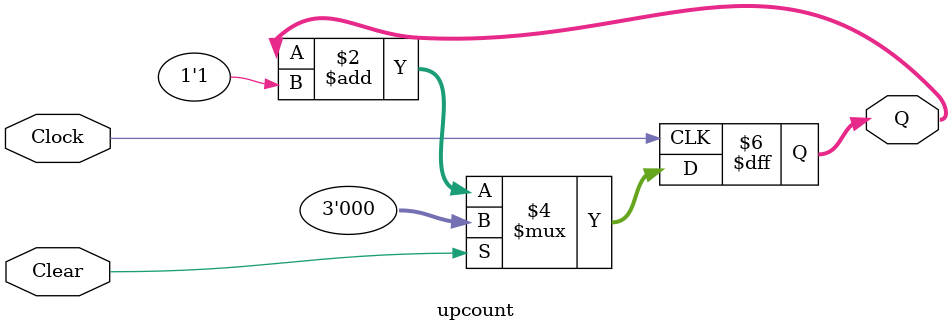
<source format=v>
/*
	A cada sinal de clock, se clear = 1 ele retorna zero e se clear = 0 retorna Q++;
*/
module upcount(Clear, Clock, Q);
	input Clear, Clock;
	output reg [2:0] Q;
	always @(posedge Clock)
		if (Clear)
			Q <= 3'b0;
		else
			Q <= Q + 1'b1;
endmodule

</source>
